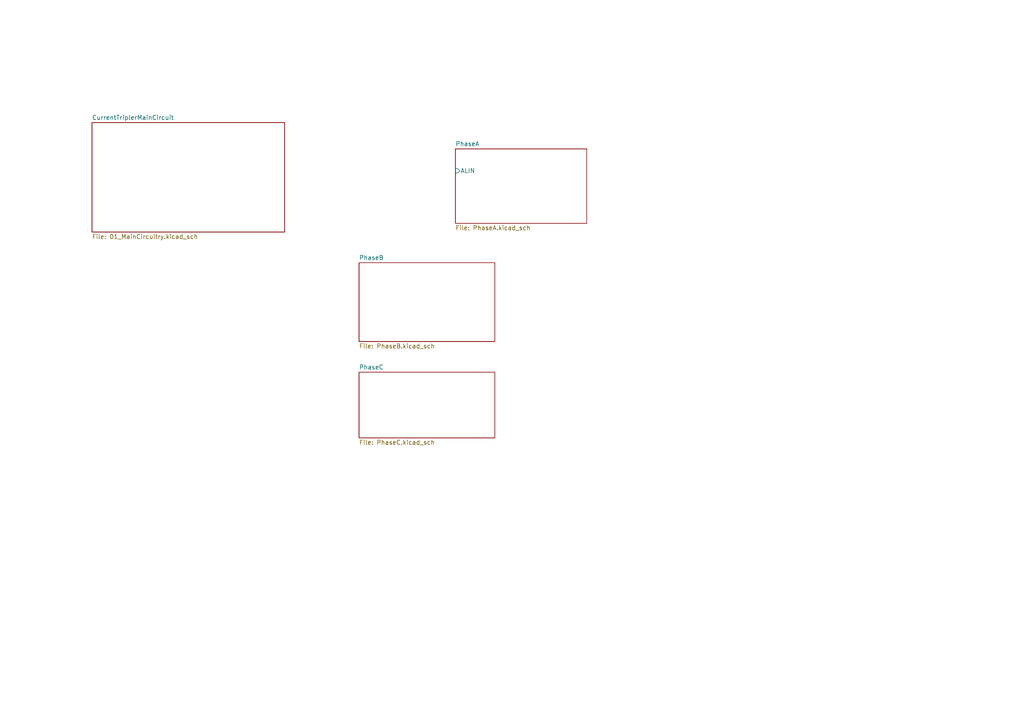
<source format=kicad_sch>
(kicad_sch
	(version 20250114)
	(generator "eeschema")
	(generator_version "9.0")
	(uuid "eaeaab39-7712-4bb8-8f1a-3ddca096a313")
	(paper "A4")
	(lib_symbols)
	(sheet
		(at 104.14 76.2)
		(size 39.37 22.86)
		(exclude_from_sim no)
		(in_bom yes)
		(on_board yes)
		(dnp no)
		(fields_autoplaced yes)
		(stroke
			(width 0.1524)
			(type solid)
		)
		(fill
			(color 0 0 0 0.0000)
		)
		(uuid "38207c69-c215-4b2c-b7d5-da06f0b7f4d9")
		(property "Sheetname" "PhaseB"
			(at 104.14 75.4884 0)
			(effects
				(font
					(size 1.27 1.27)
				)
				(justify left bottom)
			)
		)
		(property "Sheetfile" "PhaseB.kicad_sch"
			(at 104.14 99.6446 0)
			(effects
				(font
					(size 1.27 1.27)
				)
				(justify left top)
			)
		)
		(instances
			(project "BachelorCurrentTripler"
				(path "/eaeaab39-7712-4bb8-8f1a-3ddca096a313"
					(page "4")
				)
			)
		)
	)
	(sheet
		(at 132.08 43.18)
		(size 38.1 21.59)
		(exclude_from_sim no)
		(in_bom yes)
		(on_board yes)
		(dnp no)
		(fields_autoplaced yes)
		(stroke
			(width 0.1524)
			(type solid)
		)
		(fill
			(color 0 0 0 0.0000)
		)
		(uuid "599aab1d-92e3-47b4-80e6-e5f9d8661647")
		(property "Sheetname" "PhaseA"
			(at 132.08 42.4684 0)
			(effects
				(font
					(size 1.27 1.27)
				)
				(justify left bottom)
			)
		)
		(property "Sheetfile" "PhaseA.kicad_sch"
			(at 132.08 65.3546 0)
			(effects
				(font
					(size 1.27 1.27)
				)
				(justify left top)
			)
		)
		(pin "ALIN" input
			(at 132.08 49.53 180)
			(uuid "74120537-967a-479e-b045-45cb3d563df3")
			(effects
				(font
					(size 1.27 1.27)
				)
				(justify left)
			)
		)
		(instances
			(project "BachelorCurrentTripler"
				(path "/eaeaab39-7712-4bb8-8f1a-3ddca096a313"
					(page "3")
				)
			)
		)
	)
	(sheet
		(at 104.14 107.95)
		(size 39.37 19.05)
		(exclude_from_sim no)
		(in_bom yes)
		(on_board yes)
		(dnp no)
		(fields_autoplaced yes)
		(stroke
			(width 0.1524)
			(type solid)
		)
		(fill
			(color 0 0 0 0.0000)
		)
		(uuid "e15448a1-9fe5-4d83-bce5-dd9a3d978182")
		(property "Sheetname" "PhaseC"
			(at 104.14 107.2384 0)
			(effects
				(font
					(size 1.27 1.27)
				)
				(justify left bottom)
			)
		)
		(property "Sheetfile" "PhaseC.kicad_sch"
			(at 104.14 127.5846 0)
			(effects
				(font
					(size 1.27 1.27)
				)
				(justify left top)
			)
		)
		(instances
			(project "BachelorCurrentTripler"
				(path "/eaeaab39-7712-4bb8-8f1a-3ddca096a313"
					(page "5")
				)
			)
		)
	)
	(sheet
		(at 26.67 35.56)
		(size 55.88 31.75)
		(exclude_from_sim no)
		(in_bom yes)
		(on_board yes)
		(dnp no)
		(fields_autoplaced yes)
		(stroke
			(width 0.1524)
			(type solid)
		)
		(fill
			(color 0 0 0 0.0000)
		)
		(uuid "e39cac19-8597-4e40-9e6f-88d9f4803cf9")
		(property "Sheetname" "CurrentTriplerMainCircuit"
			(at 26.67 34.8484 0)
			(effects
				(font
					(size 1.27 1.27)
				)
				(justify left bottom)
			)
		)
		(property "Sheetfile" "01_MainCircuitry.kicad_sch"
			(at 26.67 67.8946 0)
			(effects
				(font
					(size 1.27 1.27)
				)
				(justify left top)
			)
		)
		(instances
			(project "BachelorCurrentTripler"
				(path "/eaeaab39-7712-4bb8-8f1a-3ddca096a313"
					(page "2")
				)
			)
		)
	)
	(sheet_instances
		(path "/"
			(page "1")
		)
	)
	(embedded_fonts no)
)

</source>
